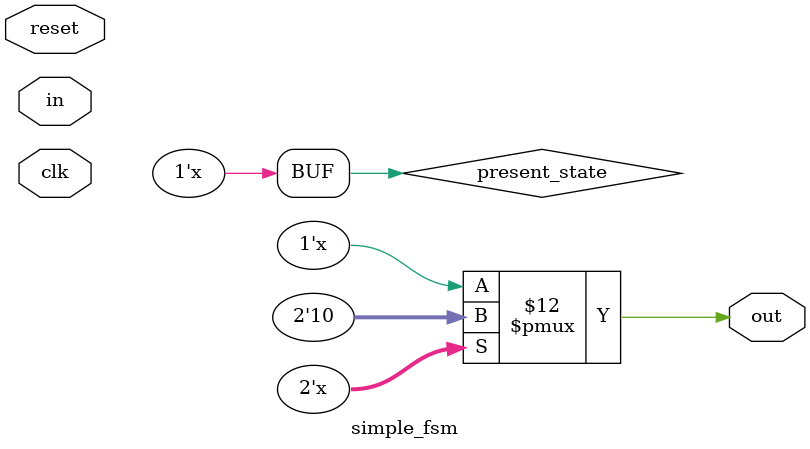
<source format=v>
module simple_fsm(clk, reset, in, out);
input clk;
input reset;
input in;
output out;
wire out;
reg present_state, next_state;
// In state 0, if in=1, stay in state 0. In state 0, if in=0, go to state 1
// In state 1, if in=1, stay in state 1. In state 1, if in=0, go to state 0
// out=1 in state 0 and out=0 in state 1
reg out;
// Present state logic
always @*
begin
case ( present_state )
	0: begin
	if(in) 
	next_state <= 0;
	else
	next_state <= 1;
	out <= 1;
	end
	1: begin
	if(in) 
	next_state <= 1;
	else
	next_state <= 0;
	out <= 0;
	end
endcase
end
// Next state logic
always @*
begin
case ( present_state )
	0: begin
	if (reset) 
	present_state = 1;
	else
	present_state = 0;
	end
	1: present_state = next_state;
endcase
end
endmodule

</source>
